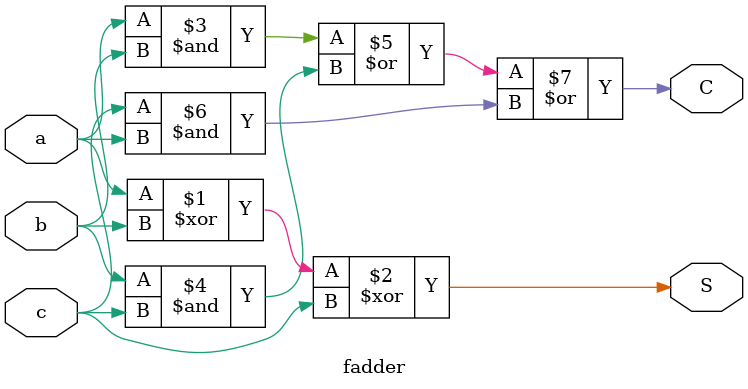
<source format=v>
module fadder(a,b,c,S,C);
input a,b,c;
output S,C;
assign S=a^b^c;
assign C=a&b|b&c|c&a;
endmodule

</source>
